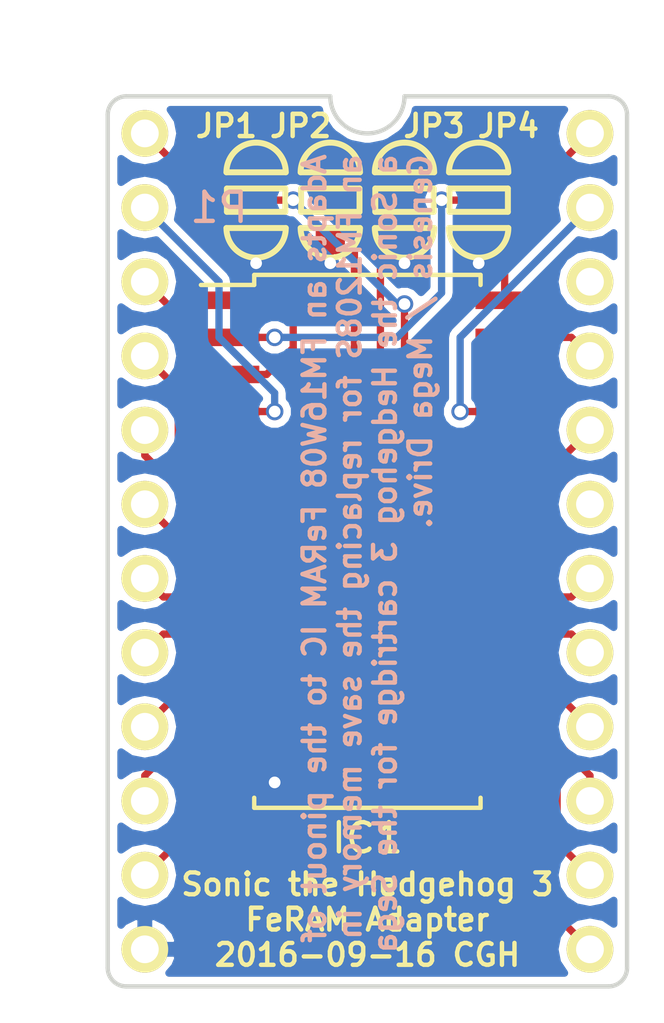
<source format=kicad_pcb>
(kicad_pcb (version 4) (host pcbnew 4.0.4-stable)

  (general
    (links 34)
    (no_connects 0)
    (area 67.234999 60.884999 85.165001 91.515001)
    (thickness 1.6)
    (drawings 12)
    (tracks 125)
    (zones 0)
    (modules 6)
    (nets 29)
  )

  (page A4)
  (layers
    (0 F.Cu signal)
    (31 B.Cu signal)
    (32 B.Adhes user)
    (33 F.Adhes user)
    (34 B.Paste user)
    (35 F.Paste user)
    (36 B.SilkS user)
    (37 F.SilkS user)
    (38 B.Mask user)
    (39 F.Mask user)
    (40 Dwgs.User user)
    (41 Cmts.User user)
    (42 Eco1.User user)
    (43 Eco2.User user)
    (44 Edge.Cuts user)
    (45 Margin user)
    (46 B.CrtYd user)
    (47 F.CrtYd user)
    (48 B.Fab user)
    (49 F.Fab user)
  )

  (setup
    (last_trace_width 0.25)
    (trace_clearance 0.2)
    (zone_clearance 0.254)
    (zone_45_only no)
    (trace_min 0.2)
    (segment_width 0.2)
    (edge_width 0.15)
    (via_size 0.6)
    (via_drill 0.4)
    (via_min_size 0.4)
    (via_min_drill 0.3)
    (uvia_size 0.3)
    (uvia_drill 0.1)
    (uvias_allowed no)
    (uvia_min_size 0.2)
    (uvia_min_drill 0.1)
    (pcb_text_width 0.3)
    (pcb_text_size 1.5 1.5)
    (mod_edge_width 0.15)
    (mod_text_size 1 1)
    (mod_text_width 0.15)
    (pad_size 1.6 1.6)
    (pad_drill 0.95)
    (pad_to_mask_clearance 0.0762)
    (aux_axis_origin 0 0)
    (visible_elements FFFFFF7F)
    (pcbplotparams
      (layerselection 0x00030_80000001)
      (usegerberextensions false)
      (excludeedgelayer true)
      (linewidth 0.100000)
      (plotframeref false)
      (viasonmask false)
      (mode 1)
      (useauxorigin false)
      (hpglpennumber 1)
      (hpglpenspeed 20)
      (hpglpendiameter 15)
      (hpglpenoverlay 2)
      (psnegative false)
      (psa4output false)
      (plotreference true)
      (plotvalue true)
      (plotinvisibletext false)
      (padsonsilk false)
      (subtractmaskfromsilk false)
      (outputformat 1)
      (mirror false)
      (drillshape 1)
      (scaleselection 1)
      (outputdirectory ""))
  )

  (net 0 "")
  (net 1 GND)
  (net 2 "Net-(IC1-Pad3)")
  (net 3 "Net-(IC1-Pad4)")
  (net 4 "Net-(IC1-Pad5)")
  (net 5 "Net-(IC1-Pad6)")
  (net 6 "Net-(IC1-Pad7)")
  (net 7 "Net-(IC1-Pad8)")
  (net 8 "Net-(IC1-Pad9)")
  (net 9 "Net-(IC1-Pad10)")
  (net 10 "Net-(IC1-Pad11)")
  (net 11 "Net-(IC1-Pad12)")
  (net 12 "Net-(IC1-Pad13)")
  (net 13 "Net-(IC1-Pad15)")
  (net 14 "Net-(IC1-Pad16)")
  (net 15 "Net-(IC1-Pad17)")
  (net 16 "Net-(IC1-Pad18)")
  (net 17 "Net-(IC1-Pad19)")
  (net 18 "Net-(IC1-Pad20)")
  (net 19 "Net-(IC1-Pad22)")
  (net 20 "Net-(IC1-Pad25)")
  (net 21 "Net-(IC1-Pad27)")
  (net 22 +5V)
  (net 23 "Net-(P1-Pad19)")
  (net 24 "Net-(P1-Pad22)")
  (net 25 "Net-(IC1-Pad2)")
  (net 26 "Net-(IC1-Pad21)")
  (net 27 "Net-(IC1-Pad23)")
  (net 28 "Net-(IC1-Pad24)")

  (net_class Default "This is the default net class."
    (clearance 0.2)
    (trace_width 0.25)
    (via_dia 0.6)
    (via_drill 0.4)
    (uvia_dia 0.3)
    (uvia_drill 0.1)
    (add_net +5V)
    (add_net GND)
    (add_net "Net-(IC1-Pad10)")
    (add_net "Net-(IC1-Pad11)")
    (add_net "Net-(IC1-Pad12)")
    (add_net "Net-(IC1-Pad13)")
    (add_net "Net-(IC1-Pad15)")
    (add_net "Net-(IC1-Pad16)")
    (add_net "Net-(IC1-Pad17)")
    (add_net "Net-(IC1-Pad18)")
    (add_net "Net-(IC1-Pad19)")
    (add_net "Net-(IC1-Pad2)")
    (add_net "Net-(IC1-Pad20)")
    (add_net "Net-(IC1-Pad21)")
    (add_net "Net-(IC1-Pad22)")
    (add_net "Net-(IC1-Pad23)")
    (add_net "Net-(IC1-Pad24)")
    (add_net "Net-(IC1-Pad25)")
    (add_net "Net-(IC1-Pad27)")
    (add_net "Net-(IC1-Pad3)")
    (add_net "Net-(IC1-Pad4)")
    (add_net "Net-(IC1-Pad5)")
    (add_net "Net-(IC1-Pad6)")
    (add_net "Net-(IC1-Pad7)")
    (add_net "Net-(IC1-Pad8)")
    (add_net "Net-(IC1-Pad9)")
    (add_net "Net-(P1-Pad19)")
    (add_net "Net-(P1-Pad22)")
  )

  (module Housings_DIP:DIP-24_W15.24mm (layer F.Cu) (tedit 57DC65B6) (tstamp 57C88CFF)
    (at 68.58 62.23)
    (descr "24-lead dip package, row spacing 15.24 mm (600 mils)")
    (tags "dil dip 2.54 600")
    (path /57C84E85)
    (fp_text reference P1 (at 2.54 2.54) (layer B.SilkS)
      (effects (font (size 1 1) (thickness 0.15)) (justify mirror))
    )
    (fp_text value CONN_02X12 (at 0 -3.72) (layer F.Fab)
      (effects (font (size 1 1) (thickness 0.15)))
    )
    (fp_line (start -1.05 -2.45) (end -1.05 30.4) (layer F.CrtYd) (width 0.05))
    (fp_line (start 16.3 -2.45) (end 16.3 30.4) (layer F.CrtYd) (width 0.05))
    (fp_line (start -1.05 -2.45) (end 16.3 -2.45) (layer F.CrtYd) (width 0.05))
    (fp_line (start -1.05 30.4) (end 16.3 30.4) (layer F.CrtYd) (width 0.05))
    (pad 1 thru_hole oval (at 0 0) (size 1.6 1.6) (drill 0.95) (layers *.Cu *.Mask F.SilkS)
      (net 2 "Net-(IC1-Pad3)"))
    (pad 2 thru_hole oval (at 0 2.54) (size 1.6 1.6) (drill 0.95) (layers *.Cu *.Mask F.SilkS)
      (net 3 "Net-(IC1-Pad4)"))
    (pad 3 thru_hole oval (at 0 5.08) (size 1.6 1.6) (drill 0.95) (layers *.Cu *.Mask F.SilkS)
      (net 4 "Net-(IC1-Pad5)"))
    (pad 4 thru_hole oval (at 0 7.62) (size 1.6 1.6) (drill 0.95) (layers *.Cu *.Mask F.SilkS)
      (net 5 "Net-(IC1-Pad6)"))
    (pad 5 thru_hole oval (at 0 10.16) (size 1.6 1.6) (drill 0.95) (layers *.Cu *.Mask F.SilkS)
      (net 6 "Net-(IC1-Pad7)"))
    (pad 6 thru_hole oval (at 0 12.7) (size 1.6 1.6) (drill 0.95) (layers *.Cu *.Mask F.SilkS)
      (net 7 "Net-(IC1-Pad8)"))
    (pad 7 thru_hole oval (at 0 15.24) (size 1.6 1.6) (drill 0.95) (layers *.Cu *.Mask F.SilkS)
      (net 8 "Net-(IC1-Pad9)"))
    (pad 8 thru_hole oval (at 0 17.78) (size 1.6 1.6) (drill 0.95) (layers *.Cu *.Mask F.SilkS)
      (net 9 "Net-(IC1-Pad10)"))
    (pad 9 thru_hole oval (at 0 20.32) (size 1.6 1.6) (drill 0.95) (layers *.Cu *.Mask F.SilkS)
      (net 10 "Net-(IC1-Pad11)"))
    (pad 10 thru_hole oval (at 0 22.86) (size 1.6 1.6) (drill 0.95) (layers *.Cu *.Mask F.SilkS)
      (net 11 "Net-(IC1-Pad12)"))
    (pad 11 thru_hole oval (at 0 25.4) (size 1.6 1.6) (drill 0.95) (layers *.Cu *.Mask F.SilkS)
      (net 12 "Net-(IC1-Pad13)"))
    (pad 12 thru_hole oval (at 0 27.94) (size 1.6 1.6) (drill 0.95) (layers *.Cu *.Mask F.SilkS)
      (net 1 GND))
    (pad 13 thru_hole oval (at 15.24 27.94) (size 1.6 1.6) (drill 0.95) (layers *.Cu *.Mask F.SilkS)
      (net 13 "Net-(IC1-Pad15)"))
    (pad 14 thru_hole oval (at 15.24 25.4) (size 1.6 1.6) (drill 0.95) (layers *.Cu *.Mask F.SilkS)
      (net 14 "Net-(IC1-Pad16)"))
    (pad 15 thru_hole oval (at 15.24 22.86) (size 1.6 1.6) (drill 0.95) (layers *.Cu *.Mask F.SilkS)
      (net 15 "Net-(IC1-Pad17)"))
    (pad 16 thru_hole oval (at 15.24 20.32) (size 1.6 1.6) (drill 0.95) (layers *.Cu *.Mask F.SilkS)
      (net 16 "Net-(IC1-Pad18)"))
    (pad 17 thru_hole oval (at 15.24 17.78) (size 1.6 1.6) (drill 0.95) (layers *.Cu *.Mask F.SilkS)
      (net 17 "Net-(IC1-Pad19)"))
    (pad 18 thru_hole oval (at 15.24 15.24) (size 1.6 1.6) (drill 0.95) (layers *.Cu *.Mask F.SilkS)
      (net 18 "Net-(IC1-Pad20)"))
    (pad 19 thru_hole oval (at 15.24 12.7) (size 1.6 1.6) (drill 0.95) (layers *.Cu *.Mask F.SilkS)
      (net 23 "Net-(P1-Pad19)"))
    (pad 20 thru_hole oval (at 15.24 10.16) (size 1.6 1.6) (drill 0.95) (layers *.Cu *.Mask F.SilkS)
      (net 19 "Net-(IC1-Pad22)"))
    (pad 21 thru_hole oval (at 15.24 7.62) (size 1.6 1.6) (drill 0.95) (layers *.Cu *.Mask F.SilkS)
      (net 21 "Net-(IC1-Pad27)"))
    (pad 22 thru_hole oval (at 15.24 5.08) (size 1.6 1.6) (drill 0.95) (layers *.Cu *.Mask F.SilkS)
      (net 24 "Net-(P1-Pad22)"))
    (pad 23 thru_hole oval (at 15.24 2.54) (size 1.6 1.6) (drill 0.95) (layers *.Cu *.Mask F.SilkS)
      (net 20 "Net-(IC1-Pad25)"))
    (pad 24 thru_hole oval (at 15.24 0) (size 1.6 1.6) (drill 0.95) (layers *.Cu *.Mask F.SilkS)
      (net 22 +5V))
    (model Pin_Headers.3dshapes/Pin_Header_Straight_1x12.wrl
      (at (xyz 0 -0.55 -0.06))
      (scale (xyz 1 1 1))
      (rotate (xyz 0 180 90))
    )
    (model Pin_Headers.3dshapes/Pin_Header_Straight_1x12.wrl
      (at (xyz 0.6 -0.55 -0.06))
      (scale (xyz 1 1 1))
      (rotate (xyz 0 180 90))
    )
  )

  (module Housings_SOIC:SOIC-28_7.5x17.9mm_Pitch1.27mm (layer F.Cu) (tedit 54130A77) (tstamp 57C88CD8)
    (at 76.2 76.2)
    (descr "28-Lead Plastic Small Outline (SO) - Wide, 7.50 mm Body [SOIC] (see Microchip Packaging Specification 00000049BS.pdf)")
    (tags "SOIC 1.27")
    (path /57C84DB9)
    (attr smd)
    (fp_text reference IC1 (at 0 10.16) (layer F.SilkS)
      (effects (font (size 1 1) (thickness 0.15)))
    )
    (fp_text value FM16W08-SG (at 0 10.05) (layer F.Fab)
      (effects (font (size 1 1) (thickness 0.15)))
    )
    (fp_line (start -5.95 -9.3) (end -5.95 9.3) (layer F.CrtYd) (width 0.05))
    (fp_line (start 5.95 -9.3) (end 5.95 9.3) (layer F.CrtYd) (width 0.05))
    (fp_line (start -5.95 -9.3) (end 5.95 -9.3) (layer F.CrtYd) (width 0.05))
    (fp_line (start -5.95 9.3) (end 5.95 9.3) (layer F.CrtYd) (width 0.05))
    (fp_line (start -3.875 -9.125) (end -3.875 -8.78) (layer F.SilkS) (width 0.15))
    (fp_line (start 3.875 -9.125) (end 3.875 -8.78) (layer F.SilkS) (width 0.15))
    (fp_line (start 3.875 9.125) (end 3.875 8.78) (layer F.SilkS) (width 0.15))
    (fp_line (start -3.875 9.125) (end -3.875 8.78) (layer F.SilkS) (width 0.15))
    (fp_line (start -3.875 -9.125) (end 3.875 -9.125) (layer F.SilkS) (width 0.15))
    (fp_line (start -3.875 9.125) (end 3.875 9.125) (layer F.SilkS) (width 0.15))
    (fp_line (start -3.875 -8.78) (end -5.7 -8.78) (layer F.SilkS) (width 0.15))
    (pad 1 smd rect (at -4.7 -8.255) (size 2 0.6) (layers F.Cu F.Paste F.Mask))
    (pad 2 smd rect (at -4.7 -6.985) (size 2 0.6) (layers F.Cu F.Paste F.Mask)
      (net 25 "Net-(IC1-Pad2)"))
    (pad 3 smd rect (at -4.7 -5.715) (size 2 0.6) (layers F.Cu F.Paste F.Mask)
      (net 2 "Net-(IC1-Pad3)"))
    (pad 4 smd rect (at -4.7 -4.445) (size 2 0.6) (layers F.Cu F.Paste F.Mask)
      (net 3 "Net-(IC1-Pad4)"))
    (pad 5 smd rect (at -4.7 -3.175) (size 2 0.6) (layers F.Cu F.Paste F.Mask)
      (net 4 "Net-(IC1-Pad5)"))
    (pad 6 smd rect (at -4.7 -1.905) (size 2 0.6) (layers F.Cu F.Paste F.Mask)
      (net 5 "Net-(IC1-Pad6)"))
    (pad 7 smd rect (at -4.7 -0.635) (size 2 0.6) (layers F.Cu F.Paste F.Mask)
      (net 6 "Net-(IC1-Pad7)"))
    (pad 8 smd rect (at -4.7 0.635) (size 2 0.6) (layers F.Cu F.Paste F.Mask)
      (net 7 "Net-(IC1-Pad8)"))
    (pad 9 smd rect (at -4.7 1.905) (size 2 0.6) (layers F.Cu F.Paste F.Mask)
      (net 8 "Net-(IC1-Pad9)"))
    (pad 10 smd rect (at -4.7 3.175) (size 2 0.6) (layers F.Cu F.Paste F.Mask)
      (net 9 "Net-(IC1-Pad10)"))
    (pad 11 smd rect (at -4.7 4.445) (size 2 0.6) (layers F.Cu F.Paste F.Mask)
      (net 10 "Net-(IC1-Pad11)"))
    (pad 12 smd rect (at -4.7 5.715) (size 2 0.6) (layers F.Cu F.Paste F.Mask)
      (net 11 "Net-(IC1-Pad12)"))
    (pad 13 smd rect (at -4.7 6.985) (size 2 0.6) (layers F.Cu F.Paste F.Mask)
      (net 12 "Net-(IC1-Pad13)"))
    (pad 14 smd rect (at -4.7 8.255) (size 2 0.6) (layers F.Cu F.Paste F.Mask)
      (net 1 GND))
    (pad 15 smd rect (at 4.7 8.255) (size 2 0.6) (layers F.Cu F.Paste F.Mask)
      (net 13 "Net-(IC1-Pad15)"))
    (pad 16 smd rect (at 4.7 6.985) (size 2 0.6) (layers F.Cu F.Paste F.Mask)
      (net 14 "Net-(IC1-Pad16)"))
    (pad 17 smd rect (at 4.7 5.715) (size 2 0.6) (layers F.Cu F.Paste F.Mask)
      (net 15 "Net-(IC1-Pad17)"))
    (pad 18 smd rect (at 4.7 4.445) (size 2 0.6) (layers F.Cu F.Paste F.Mask)
      (net 16 "Net-(IC1-Pad18)"))
    (pad 19 smd rect (at 4.7 3.175) (size 2 0.6) (layers F.Cu F.Paste F.Mask)
      (net 17 "Net-(IC1-Pad19)"))
    (pad 20 smd rect (at 4.7 1.905) (size 2 0.6) (layers F.Cu F.Paste F.Mask)
      (net 18 "Net-(IC1-Pad20)"))
    (pad 21 smd rect (at 4.7 0.635) (size 2 0.6) (layers F.Cu F.Paste F.Mask)
      (net 26 "Net-(IC1-Pad21)"))
    (pad 22 smd rect (at 4.7 -0.635) (size 2 0.6) (layers F.Cu F.Paste F.Mask)
      (net 19 "Net-(IC1-Pad22)"))
    (pad 23 smd rect (at 4.7 -1.905) (size 2 0.6) (layers F.Cu F.Paste F.Mask)
      (net 27 "Net-(IC1-Pad23)"))
    (pad 24 smd rect (at 4.7 -3.175) (size 2 0.6) (layers F.Cu F.Paste F.Mask)
      (net 28 "Net-(IC1-Pad24)"))
    (pad 25 smd rect (at 4.7 -4.445) (size 2 0.6) (layers F.Cu F.Paste F.Mask)
      (net 20 "Net-(IC1-Pad25)"))
    (pad 26 smd rect (at 4.7 -5.715) (size 2 0.6) (layers F.Cu F.Paste F.Mask))
    (pad 27 smd rect (at 4.7 -6.985) (size 2 0.6) (layers F.Cu F.Paste F.Mask)
      (net 21 "Net-(IC1-Pad27)"))
    (pad 28 smd rect (at 4.7 -8.255) (size 2 0.6) (layers F.Cu F.Paste F.Mask)
      (net 22 +5V))
    (model Housings_SOIC.3dshapes/SOIC-28_7.5x17.9mm_Pitch1.27mm.wrl
      (at (xyz 0 0 0))
      (scale (xyz 1 1 1))
      (rotate (xyz 0 0 0))
    )
  )

  (module jumper:SOLDER-JUMPER_2-WAY (layer F.Cu) (tedit 0) (tstamp 57DE4FA1)
    (at 72.39 64.516 90)
    (path /57DC5DD7)
    (fp_text reference JP1 (at 2.54 -1.016 180) (layer F.SilkS)
      (effects (font (size 0.762 0.762) (thickness 0.1524)))
    )
    (fp_text value JUMPER3 (at 0 0 90) (layer F.SilkS) hide
      (effects (font (size 0.762 0.762) (thickness 0.1524)))
    )
    (fp_line (start -0.4 -1) (end -0.4 1) (layer F.SilkS) (width 0.2032))
    (fp_line (start -0.4 1) (end 0.4 1) (layer F.SilkS) (width 0.2032))
    (fp_line (start 0.4 1) (end 0.4 -1) (layer F.SilkS) (width 0.2032))
    (fp_line (start 0.4 -1) (end -0.4 -1) (layer F.SilkS) (width 0.2032))
    (fp_line (start 0.954 1.016) (end 0.954 -1.016) (layer F.SilkS) (width 0.2032))
    (fp_line (start -0.954 -1.016) (end -0.954 1.016) (layer F.SilkS) (width 0.2032))
    (fp_arc (start 0.954 0) (end 1.97 0) (angle 90) (layer F.SilkS) (width 0.2032))
    (fp_arc (start 0.954 0) (end 0.954 -1.016) (angle 90) (layer F.SilkS) (width 0.2032))
    (fp_arc (start -0.954 0) (end -1.97 0) (angle 90) (layer F.SilkS) (width 0.2032))
    (fp_arc (start -0.954 0) (end -0.954 1.016) (angle 90) (layer F.SilkS) (width 0.2032))
    (pad 1 smd rect (at -1.35 0 90) (size 1 1) (layers F.Cu F.Paste F.Mask)
      (net 1 GND))
    (pad 3 smd rect (at 1.35 0 90) (size 1 1) (layers F.Cu F.Paste F.Mask)
      (net 22 +5V))
    (pad 2 smd rect (at 0 0 90) (size 1 1) (layers F.Cu F.Paste F.Mask)
      (net 28 "Net-(IC1-Pad24)"))
  )

  (module jumper:SOLDER-JUMPER_2-WAY (layer F.Cu) (tedit 0) (tstamp 57DE4FB2)
    (at 74.93 64.516 90)
    (path /57DC5ED4)
    (fp_text reference JP2 (at 2.54 -1.016 180) (layer F.SilkS)
      (effects (font (size 0.762 0.762) (thickness 0.1524)))
    )
    (fp_text value JUMPER3 (at 0 0 90) (layer F.SilkS) hide
      (effects (font (size 0.762 0.762) (thickness 0.1524)))
    )
    (fp_line (start -0.4 -1) (end -0.4 1) (layer F.SilkS) (width 0.2032))
    (fp_line (start -0.4 1) (end 0.4 1) (layer F.SilkS) (width 0.2032))
    (fp_line (start 0.4 1) (end 0.4 -1) (layer F.SilkS) (width 0.2032))
    (fp_line (start 0.4 -1) (end -0.4 -1) (layer F.SilkS) (width 0.2032))
    (fp_line (start 0.954 1.016) (end 0.954 -1.016) (layer F.SilkS) (width 0.2032))
    (fp_line (start -0.954 -1.016) (end -0.954 1.016) (layer F.SilkS) (width 0.2032))
    (fp_arc (start 0.954 0) (end 1.97 0) (angle 90) (layer F.SilkS) (width 0.2032))
    (fp_arc (start 0.954 0) (end 0.954 -1.016) (angle 90) (layer F.SilkS) (width 0.2032))
    (fp_arc (start -0.954 0) (end -1.97 0) (angle 90) (layer F.SilkS) (width 0.2032))
    (fp_arc (start -0.954 0) (end -0.954 1.016) (angle 90) (layer F.SilkS) (width 0.2032))
    (pad 1 smd rect (at -1.35 0 90) (size 1 1) (layers F.Cu F.Paste F.Mask)
      (net 1 GND))
    (pad 3 smd rect (at 1.35 0 90) (size 1 1) (layers F.Cu F.Paste F.Mask)
      (net 22 +5V))
    (pad 2 smd rect (at 0 0 90) (size 1 1) (layers F.Cu F.Paste F.Mask)
      (net 26 "Net-(IC1-Pad21)"))
  )

  (module jumper:SOLDER-JUMPER_2-WAY (layer F.Cu) (tedit 0) (tstamp 57DE4FC3)
    (at 77.47 64.516 90)
    (path /57DC5EFC)
    (fp_text reference JP3 (at 2.54 1.016 180) (layer F.SilkS)
      (effects (font (size 0.762 0.762) (thickness 0.1524)))
    )
    (fp_text value JUMPER3 (at 0 0 90) (layer F.SilkS) hide
      (effects (font (size 0.762 0.762) (thickness 0.1524)))
    )
    (fp_line (start -0.4 -1) (end -0.4 1) (layer F.SilkS) (width 0.2032))
    (fp_line (start -0.4 1) (end 0.4 1) (layer F.SilkS) (width 0.2032))
    (fp_line (start 0.4 1) (end 0.4 -1) (layer F.SilkS) (width 0.2032))
    (fp_line (start 0.4 -1) (end -0.4 -1) (layer F.SilkS) (width 0.2032))
    (fp_line (start 0.954 1.016) (end 0.954 -1.016) (layer F.SilkS) (width 0.2032))
    (fp_line (start -0.954 -1.016) (end -0.954 1.016) (layer F.SilkS) (width 0.2032))
    (fp_arc (start 0.954 0) (end 1.97 0) (angle 90) (layer F.SilkS) (width 0.2032))
    (fp_arc (start 0.954 0) (end 0.954 -1.016) (angle 90) (layer F.SilkS) (width 0.2032))
    (fp_arc (start -0.954 0) (end -1.97 0) (angle 90) (layer F.SilkS) (width 0.2032))
    (fp_arc (start -0.954 0) (end -0.954 1.016) (angle 90) (layer F.SilkS) (width 0.2032))
    (pad 1 smd rect (at -1.35 0 90) (size 1 1) (layers F.Cu F.Paste F.Mask)
      (net 1 GND))
    (pad 3 smd rect (at 1.35 0 90) (size 1 1) (layers F.Cu F.Paste F.Mask)
      (net 22 +5V))
    (pad 2 smd rect (at 0 0 90) (size 1 1) (layers F.Cu F.Paste F.Mask)
      (net 27 "Net-(IC1-Pad23)"))
  )

  (module jumper:SOLDER-JUMPER_2-WAY (layer F.Cu) (tedit 0) (tstamp 57DE4FD4)
    (at 80.01 64.516 90)
    (path /57DC5F4A)
    (fp_text reference JP4 (at 2.54 1.016 180) (layer F.SilkS)
      (effects (font (size 0.762 0.762) (thickness 0.1524)))
    )
    (fp_text value JUMPER3 (at 0 0 90) (layer F.SilkS) hide
      (effects (font (size 0.762 0.762) (thickness 0.1524)))
    )
    (fp_line (start -0.4 -1) (end -0.4 1) (layer F.SilkS) (width 0.2032))
    (fp_line (start -0.4 1) (end 0.4 1) (layer F.SilkS) (width 0.2032))
    (fp_line (start 0.4 1) (end 0.4 -1) (layer F.SilkS) (width 0.2032))
    (fp_line (start 0.4 -1) (end -0.4 -1) (layer F.SilkS) (width 0.2032))
    (fp_line (start 0.954 1.016) (end 0.954 -1.016) (layer F.SilkS) (width 0.2032))
    (fp_line (start -0.954 -1.016) (end -0.954 1.016) (layer F.SilkS) (width 0.2032))
    (fp_arc (start 0.954 0) (end 1.97 0) (angle 90) (layer F.SilkS) (width 0.2032))
    (fp_arc (start 0.954 0) (end 0.954 -1.016) (angle 90) (layer F.SilkS) (width 0.2032))
    (fp_arc (start -0.954 0) (end -1.97 0) (angle 90) (layer F.SilkS) (width 0.2032))
    (fp_arc (start -0.954 0) (end -0.954 1.016) (angle 90) (layer F.SilkS) (width 0.2032))
    (pad 1 smd rect (at -1.35 0 90) (size 1 1) (layers F.Cu F.Paste F.Mask)
      (net 1 GND))
    (pad 3 smd rect (at 1.35 0 90) (size 1 1) (layers F.Cu F.Paste F.Mask)
      (net 22 +5V))
    (pad 2 smd rect (at 0 0 90) (size 1 1) (layers F.Cu F.Paste F.Mask)
      (net 25 "Net-(IC1-Pad2)"))
  )

  (gr_text "Adapts an FM16W08 FeRAM IC to the pinout of\nan FM1208S for replacing the save memory in\na Sonic the Hedgehog 3 cartridge for the Sega\nGenesis / Mega Drive." (at 76.2 62.865 90) (layer B.SilkS)
    (effects (font (size 0.75 0.75) (thickness 0.15)) (justify left mirror))
  )
  (gr_text "Sonic the Hedgehog 3\nFeRAM Adapter\n2016-09-16 CGH" (at 76.2 89.154) (layer F.SilkS)
    (effects (font (size 0.75 0.75) (thickness 0.15)))
  )
  (gr_arc (start 67.945 90.805) (end 67.945 91.44) (angle 90) (layer Edge.Cuts) (width 0.15))
  (gr_arc (start 84.455 90.805) (end 85.09 90.805) (angle 90) (layer Edge.Cuts) (width 0.15))
  (gr_arc (start 84.455 61.595) (end 84.455 60.96) (angle 90) (layer Edge.Cuts) (width 0.15))
  (gr_arc (start 67.945 61.595) (end 67.31 61.595) (angle 90) (layer Edge.Cuts) (width 0.15))
  (gr_arc (start 76.2 60.96) (end 77.47 60.96) (angle 180) (layer Edge.Cuts) (width 0.15))
  (gr_line (start 77.47 60.96) (end 84.455 60.96) (layer Edge.Cuts) (width 0.15) (tstamp 57C89001))
  (gr_line (start 67.31 90.805) (end 67.31 61.595) (layer Edge.Cuts) (width 0.15))
  (gr_line (start 84.455 91.44) (end 67.945 91.44) (layer Edge.Cuts) (width 0.15))
  (gr_line (start 85.09 61.595) (end 85.09 90.805) (layer Edge.Cuts) (width 0.15))
  (gr_line (start 67.945 60.96) (end 74.93 60.96) (layer Edge.Cuts) (width 0.15))

  (segment (start 72.39 66.675) (end 72.644 66.675) (width 0.25) (layer B.Cu) (net 1))
  (segment (start 72.39 65.866) (end 72.39 66.675) (width 0.25) (layer F.Cu) (net 1))
  (via (at 72.39 66.675) (size 0.6) (drill 0.4) (layers F.Cu B.Cu) (net 1))
  (segment (start 74.93 65.866) (end 74.93 66.675) (width 0.25) (layer F.Cu) (net 1))
  (via (at 74.93 66.675) (size 0.6) (drill 0.4) (layers F.Cu B.Cu) (net 1))
  (segment (start 77.47 65.866) (end 77.47 66.675) (width 0.25) (layer F.Cu) (net 1))
  (via (at 77.47 66.675) (size 0.6) (drill 0.4) (layers F.Cu B.Cu) (net 1))
  (segment (start 80.01 65.866) (end 80.01 66.675) (width 0.25) (layer F.Cu) (net 1))
  (via (at 80.01 66.675) (size 0.6) (drill 0.4) (layers F.Cu B.Cu) (net 1))
  (via (at 73.025 84.455) (size 0.6) (drill 0.4) (layers F.Cu B.Cu) (net 1))
  (segment (start 71.5 84.455) (end 73.025 84.455) (width 0.25) (layer F.Cu) (net 1))
  (segment (start 68.58 62.23) (end 69.85 63.5) (width 0.25) (layer F.Cu) (net 2))
  (segment (start 69.85 63.5) (end 69.85 65.278) (width 0.25) (layer F.Cu) (net 2))
  (segment (start 69.85 65.278) (end 71.872002 67.300002) (width 0.25) (layer F.Cu) (net 2))
  (segment (start 71.872002 67.300002) (end 72.634002 67.300002) (width 0.25) (layer F.Cu) (net 2))
  (segment (start 72.634002 67.300002) (end 73.66 68.326) (width 0.25) (layer F.Cu) (net 2))
  (segment (start 73.66 68.326) (end 73.66 69.575) (width 0.25) (layer F.Cu) (net 2))
  (segment (start 73.66 69.575) (end 72.75 70.485) (width 0.25) (layer F.Cu) (net 2))
  (segment (start 72.75 70.485) (end 71.5 70.485) (width 0.25) (layer F.Cu) (net 2))
  (segment (start 71.12 69.215) (end 71.12 67.31) (width 0.25) (layer B.Cu) (net 3))
  (segment (start 71.12 67.31) (end 68.58 64.77) (width 0.25) (layer B.Cu) (net 3))
  (segment (start 73.025 71.12) (end 71.12 69.215) (width 0.25) (layer B.Cu) (net 3))
  (segment (start 73.025 71.755) (end 73.025 71.12) (width 0.25) (layer B.Cu) (net 3))
  (segment (start 71.5 71.755) (end 73.025 71.755) (width 0.25) (layer F.Cu) (net 3))
  (via (at 73.025 71.755) (size 0.6) (drill 0.4) (layers F.Cu B.Cu) (net 3))
  (segment (start 71.5 73.025) (end 70.8 73.025) (width 0.25) (layer F.Cu) (net 4))
  (segment (start 70.8 73.025) (end 70.174999 72.399999) (width 0.25) (layer F.Cu) (net 4))
  (segment (start 70.174999 72.399999) (end 70.174999 68.904999) (width 0.25) (layer F.Cu) (net 4))
  (segment (start 70.174999 68.904999) (end 69.379999 68.109999) (width 0.25) (layer F.Cu) (net 4))
  (segment (start 69.379999 68.109999) (end 68.58 67.31) (width 0.25) (layer F.Cu) (net 4))
  (segment (start 69.724988 70.994988) (end 69.379999 70.649999) (width 0.25) (layer F.Cu) (net 5))
  (segment (start 69.724988 73.219988) (end 69.724988 70.994988) (width 0.25) (layer F.Cu) (net 5))
  (segment (start 70.8 74.295) (end 69.724988 73.219988) (width 0.25) (layer F.Cu) (net 5))
  (segment (start 69.379999 70.649999) (end 68.58 69.85) (width 0.25) (layer F.Cu) (net 5))
  (segment (start 71.5 74.295) (end 70.8 74.295) (width 0.25) (layer F.Cu) (net 5))
  (segment (start 68.58 73.260002) (end 68.58 72.39) (width 0.25) (layer F.Cu) (net 6))
  (segment (start 70.25 74.930002) (end 68.58 73.260002) (width 0.25) (layer F.Cu) (net 6))
  (segment (start 70.25 75.015) (end 70.25 74.930002) (width 0.25) (layer F.Cu) (net 6))
  (segment (start 70.8 75.565) (end 70.25 75.015) (width 0.25) (layer F.Cu) (net 6))
  (segment (start 71.5 75.565) (end 70.8 75.565) (width 0.25) (layer F.Cu) (net 6))
  (segment (start 71.5 76.835) (end 70.485 76.835) (width 0.25) (layer F.Cu) (net 7))
  (segment (start 70.485 76.835) (end 69.379999 75.729999) (width 0.25) (layer F.Cu) (net 7))
  (segment (start 69.379999 75.729999) (end 68.58 74.93) (width 0.25) (layer F.Cu) (net 7))
  (segment (start 71.5 78.105) (end 69.215 78.105) (width 0.25) (layer F.Cu) (net 8))
  (segment (start 69.215 78.105) (end 68.58 77.47) (width 0.25) (layer F.Cu) (net 8))
  (segment (start 71.5 79.375) (end 69.215 79.375) (width 0.25) (layer F.Cu) (net 9))
  (segment (start 69.215 79.375) (end 68.58 80.01) (width 0.25) (layer F.Cu) (net 9))
  (segment (start 71.5 80.645) (end 70.485 80.645) (width 0.25) (layer F.Cu) (net 10))
  (segment (start 69.379999 81.750001) (end 68.58 82.55) (width 0.25) (layer F.Cu) (net 10))
  (segment (start 70.485 80.645) (end 69.379999 81.750001) (width 0.25) (layer F.Cu) (net 10))
  (segment (start 68.58 84.219998) (end 68.58 85.09) (width 0.25) (layer F.Cu) (net 11))
  (segment (start 70.25 82.549998) (end 68.58 84.219998) (width 0.25) (layer F.Cu) (net 11))
  (segment (start 70.25 82.465) (end 70.25 82.549998) (width 0.25) (layer F.Cu) (net 11))
  (segment (start 70.8 81.915) (end 70.25 82.465) (width 0.25) (layer F.Cu) (net 11))
  (segment (start 71.5 81.915) (end 70.8 81.915) (width 0.25) (layer F.Cu) (net 11))
  (segment (start 71.5 83.185) (end 70.8 83.185) (width 0.25) (layer F.Cu) (net 12))
  (segment (start 70.8 83.185) (end 69.85 84.135) (width 0.25) (layer F.Cu) (net 12))
  (segment (start 69.85 84.135) (end 69.85 86.36) (width 0.25) (layer F.Cu) (net 12))
  (segment (start 69.85 86.36) (end 69.379999 86.830001) (width 0.25) (layer F.Cu) (net 12))
  (segment (start 69.379999 86.830001) (end 68.58 87.63) (width 0.25) (layer F.Cu) (net 12))
  (segment (start 80.9 84.455) (end 80.9 87.25) (width 0.25) (layer F.Cu) (net 13))
  (segment (start 80.9 87.25) (end 83.82 90.17) (width 0.25) (layer F.Cu) (net 13))
  (segment (start 80.9 83.185) (end 81.6 83.185) (width 0.25) (layer F.Cu) (net 14))
  (segment (start 81.6 83.185) (end 82.694999 84.279999) (width 0.25) (layer F.Cu) (net 14))
  (segment (start 82.694999 84.279999) (end 82.694999 86.504999) (width 0.25) (layer F.Cu) (net 14))
  (segment (start 82.694999 86.504999) (end 83.020001 86.830001) (width 0.25) (layer F.Cu) (net 14))
  (segment (start 83.020001 86.830001) (end 83.82 87.63) (width 0.25) (layer F.Cu) (net 14))
  (segment (start 80.9 81.915) (end 81.515002 81.915) (width 0.25) (layer F.Cu) (net 15))
  (segment (start 81.515002 81.915) (end 83.82 84.219998) (width 0.25) (layer F.Cu) (net 15))
  (segment (start 83.82 84.219998) (end 83.82 85.09) (width 0.25) (layer F.Cu) (net 15))
  (segment (start 80.9 80.645) (end 81.915 80.645) (width 0.25) (layer F.Cu) (net 16))
  (segment (start 81.915 80.645) (end 83.020001 81.750001) (width 0.25) (layer F.Cu) (net 16))
  (segment (start 83.020001 81.750001) (end 83.82 82.55) (width 0.25) (layer F.Cu) (net 16))
  (segment (start 80.9 79.375) (end 83.185 79.375) (width 0.25) (layer F.Cu) (net 17))
  (segment (start 83.185 79.375) (end 83.82 80.01) (width 0.25) (layer F.Cu) (net 17))
  (segment (start 80.9 78.105) (end 83.185 78.105) (width 0.25) (layer F.Cu) (net 18))
  (segment (start 83.185 78.105) (end 83.82 77.47) (width 0.25) (layer F.Cu) (net 18))
  (segment (start 80.9 75.565) (end 81.515002 75.565) (width 0.25) (layer F.Cu) (net 19))
  (segment (start 81.515002 75.565) (end 83.020001 74.060001) (width 0.25) (layer F.Cu) (net 19))
  (segment (start 83.020001 74.060001) (end 83.020001 73.189999) (width 0.25) (layer F.Cu) (net 19))
  (segment (start 83.020001 73.189999) (end 83.82 72.39) (width 0.25) (layer F.Cu) (net 19))
  (segment (start 79.375 71.755) (end 79.375 69.215) (width 0.25) (layer B.Cu) (net 20))
  (segment (start 79.375 69.215) (end 83.82 64.77) (width 0.25) (layer B.Cu) (net 20))
  (segment (start 80.9 71.755) (end 79.375 71.755) (width 0.25) (layer F.Cu) (net 20))
  (via (at 79.375 71.755) (size 0.6) (drill 0.4) (layers F.Cu B.Cu) (net 20))
  (segment (start 80.9 69.215) (end 83.185 69.215) (width 0.25) (layer F.Cu) (net 21))
  (segment (start 83.185 69.215) (end 83.82 69.85) (width 0.25) (layer F.Cu) (net 21))
  (segment (start 80.9 67.945) (end 80.9 66.928) (width 0.25) (layer F.Cu) (net 22))
  (segment (start 80.9 66.928) (end 82.55 65.278) (width 0.25) (layer F.Cu) (net 22))
  (segment (start 82.55 65.278) (end 82.55 63.5) (width 0.25) (layer F.Cu) (net 22))
  (segment (start 80.01 63.166) (end 82.216 63.166) (width 0.25) (layer F.Cu) (net 22))
  (segment (start 82.216 63.166) (end 82.55 63.5) (width 0.25) (layer F.Cu) (net 22))
  (segment (start 77.47 63.166) (end 78.22 63.166) (width 0.25) (layer F.Cu) (net 22))
  (segment (start 78.22 63.166) (end 80.01 63.166) (width 0.25) (layer F.Cu) (net 22))
  (segment (start 74.93 63.166) (end 75.68 63.166) (width 0.25) (layer F.Cu) (net 22))
  (segment (start 75.68 63.166) (end 77.47 63.166) (width 0.25) (layer F.Cu) (net 22))
  (segment (start 72.39 63.166) (end 73.14 63.166) (width 0.25) (layer F.Cu) (net 22))
  (segment (start 73.14 63.166) (end 74.93 63.166) (width 0.25) (layer F.Cu) (net 22))
  (segment (start 82.55 63.5) (end 83.82 62.23) (width 0.25) (layer F.Cu) (net 22))
  (segment (start 73.025 69.215) (end 77.216 69.215) (width 0.25) (layer B.Cu) (net 25))
  (segment (start 77.216 69.215) (end 78.74 67.691) (width 0.25) (layer B.Cu) (net 25))
  (segment (start 78.74 67.691) (end 78.74 64.516) (width 0.25) (layer B.Cu) (net 25))
  (segment (start 78.74 64.516) (end 80.01 64.516) (width 0.25) (layer F.Cu) (net 25))
  (via (at 78.74 64.516) (size 0.6) (drill 0.4) (layers F.Cu B.Cu) (net 25))
  (segment (start 71.5 69.215) (end 73.025 69.215) (width 0.25) (layer F.Cu) (net 25))
  (via (at 73.025 69.215) (size 0.6) (drill 0.4) (layers F.Cu B.Cu) (net 25))
  (segment (start 80.9 76.835) (end 80.2 76.835) (width 0.25) (layer F.Cu) (net 26))
  (segment (start 80.2 76.835) (end 75.755001 72.390001) (width 0.25) (layer F.Cu) (net 26))
  (segment (start 75.755001 72.390001) (end 75.755001 64.591001) (width 0.25) (layer F.Cu) (net 26))
  (segment (start 75.755001 64.591001) (end 75.68 64.516) (width 0.25) (layer F.Cu) (net 26))
  (segment (start 75.68 64.516) (end 74.93 64.516) (width 0.25) (layer F.Cu) (net 26))
  (segment (start 76.644999 64.591001) (end 76.72 64.516) (width 0.25) (layer F.Cu) (net 27))
  (segment (start 79.65 74.295) (end 76.644999 71.289999) (width 0.25) (layer F.Cu) (net 27))
  (segment (start 80.9 74.295) (end 79.65 74.295) (width 0.25) (layer F.Cu) (net 27))
  (segment (start 76.644999 71.289999) (end 76.644999 64.591001) (width 0.25) (layer F.Cu) (net 27))
  (segment (start 76.72 64.516) (end 77.47 64.516) (width 0.25) (layer F.Cu) (net 27))
  (segment (start 77.470004 68.496264) (end 77.470004 68.072) (width 0.25) (layer F.Cu) (net 28))
  (segment (start 77.470004 70.845004) (end 77.470004 68.496264) (width 0.25) (layer F.Cu) (net 28))
  (segment (start 79.65 73.025) (end 77.470004 70.845004) (width 0.25) (layer F.Cu) (net 28))
  (segment (start 77.216 68.072) (end 77.470004 68.072) (width 0.25) (layer B.Cu) (net 28))
  (segment (start 80.9 73.025) (end 79.65 73.025) (width 0.25) (layer F.Cu) (net 28))
  (segment (start 73.66 64.516) (end 77.216 68.072) (width 0.25) (layer B.Cu) (net 28))
  (via (at 77.470004 68.072) (size 0.6) (drill 0.4) (layers F.Cu B.Cu) (net 28))
  (segment (start 73.66 64.516) (end 72.39 64.516) (width 0.25) (layer F.Cu) (net 28))
  (via (at 73.66 64.516) (size 0.6) (drill 0.4) (layers F.Cu B.Cu) (net 28))

  (zone (net 1) (net_name GND) (layer B.Cu) (tstamp 0) (hatch edge 0.508)
    (connect_pads (clearance 0.254))
    (min_thickness 0.254)
    (fill yes (arc_segments 16) (thermal_gap 0.254) (thermal_bridge_width 0.508))
    (polygon
      (pts
        (xy 66.04 59.69) (xy 86.36 59.69) (xy 86.36 92.71) (xy 66.04 92.71)
      )
    )
    (filled_polygon
      (pts
        (xy 74.579435 61.534969) (xy 74.64115 61.683962) (xy 74.647523 61.699348) (xy 74.922823 62.111365) (xy 75.048634 62.237176)
        (xy 75.460652 62.512477) (xy 75.625031 62.580565) (xy 76.111038 62.677238) (xy 76.288961 62.677238) (xy 76.774969 62.580565)
        (xy 76.939348 62.512477) (xy 77.351365 62.237177) (xy 77.477176 62.111366) (xy 77.752477 61.699348) (xy 77.820565 61.534969)
        (xy 77.820565 61.534968) (xy 77.844229 61.416) (xy 82.947676 61.416) (xy 82.705761 61.778051) (xy 82.615863 62.23)
        (xy 82.705761 62.681949) (xy 82.96177 63.065093) (xy 83.344914 63.321102) (xy 83.796863 63.411) (xy 83.843137 63.411)
        (xy 84.295086 63.321102) (xy 84.634 63.094647) (xy 84.634 63.905353) (xy 84.295086 63.678898) (xy 83.843137 63.589)
        (xy 83.796863 63.589) (xy 83.344914 63.678898) (xy 82.96177 63.934907) (xy 82.705761 64.318051) (xy 82.615863 64.77)
        (xy 82.696918 65.17749) (xy 79.017204 68.857204) (xy 78.907517 69.021362) (xy 78.869 69.215) (xy 78.869 71.297877)
        (xy 78.798013 71.368741) (xy 78.694118 71.618946) (xy 78.693882 71.889865) (xy 78.797339 72.140252) (xy 78.988741 72.331987)
        (xy 79.238946 72.435882) (xy 79.509865 72.436118) (xy 79.760252 72.332661) (xy 79.951987 72.141259) (xy 80.055882 71.891054)
        (xy 80.056118 71.620135) (xy 79.952661 71.369748) (xy 79.881 71.297962) (xy 79.881 69.424592) (xy 83.427969 65.877623)
        (xy 83.796863 65.951) (xy 83.843137 65.951) (xy 84.295086 65.861102) (xy 84.634 65.634647) (xy 84.634 66.445353)
        (xy 84.295086 66.218898) (xy 83.843137 66.129) (xy 83.796863 66.129) (xy 83.344914 66.218898) (xy 82.96177 66.474907)
        (xy 82.705761 66.858051) (xy 82.615863 67.31) (xy 82.705761 67.761949) (xy 82.96177 68.145093) (xy 83.344914 68.401102)
        (xy 83.796863 68.491) (xy 83.843137 68.491) (xy 84.295086 68.401102) (xy 84.634 68.174647) (xy 84.634 68.985353)
        (xy 84.295086 68.758898) (xy 83.843137 68.669) (xy 83.796863 68.669) (xy 83.344914 68.758898) (xy 82.96177 69.014907)
        (xy 82.705761 69.398051) (xy 82.615863 69.85) (xy 82.705761 70.301949) (xy 82.96177 70.685093) (xy 83.344914 70.941102)
        (xy 83.796863 71.031) (xy 83.843137 71.031) (xy 84.295086 70.941102) (xy 84.634 70.714647) (xy 84.634 71.525353)
        (xy 84.295086 71.298898) (xy 83.843137 71.209) (xy 83.796863 71.209) (xy 83.344914 71.298898) (xy 82.96177 71.554907)
        (xy 82.705761 71.938051) (xy 82.615863 72.39) (xy 82.705761 72.841949) (xy 82.96177 73.225093) (xy 83.344914 73.481102)
        (xy 83.796863 73.571) (xy 83.843137 73.571) (xy 84.295086 73.481102) (xy 84.634 73.254647) (xy 84.634 74.065353)
        (xy 84.295086 73.838898) (xy 83.843137 73.749) (xy 83.796863 73.749) (xy 83.344914 73.838898) (xy 82.96177 74.094907)
        (xy 82.705761 74.478051) (xy 82.615863 74.93) (xy 82.705761 75.381949) (xy 82.96177 75.765093) (xy 83.344914 76.021102)
        (xy 83.796863 76.111) (xy 83.843137 76.111) (xy 84.295086 76.021102) (xy 84.634 75.794647) (xy 84.634 76.605353)
        (xy 84.295086 76.378898) (xy 83.843137 76.289) (xy 83.796863 76.289) (xy 83.344914 76.378898) (xy 82.96177 76.634907)
        (xy 82.705761 77.018051) (xy 82.615863 77.47) (xy 82.705761 77.921949) (xy 82.96177 78.305093) (xy 83.344914 78.561102)
        (xy 83.796863 78.651) (xy 83.843137 78.651) (xy 84.295086 78.561102) (xy 84.634 78.334647) (xy 84.634 79.145353)
        (xy 84.295086 78.918898) (xy 83.843137 78.829) (xy 83.796863 78.829) (xy 83.344914 78.918898) (xy 82.96177 79.174907)
        (xy 82.705761 79.558051) (xy 82.615863 80.01) (xy 82.705761 80.461949) (xy 82.96177 80.845093) (xy 83.344914 81.101102)
        (xy 83.796863 81.191) (xy 83.843137 81.191) (xy 84.295086 81.101102) (xy 84.634 80.874647) (xy 84.634 81.685353)
        (xy 84.295086 81.458898) (xy 83.843137 81.369) (xy 83.796863 81.369) (xy 83.344914 81.458898) (xy 82.96177 81.714907)
        (xy 82.705761 82.098051) (xy 82.615863 82.55) (xy 82.705761 83.001949) (xy 82.96177 83.385093) (xy 83.344914 83.641102)
        (xy 83.796863 83.731) (xy 83.843137 83.731) (xy 84.295086 83.641102) (xy 84.634 83.414647) (xy 84.634 84.225353)
        (xy 84.295086 83.998898) (xy 83.843137 83.909) (xy 83.796863 83.909) (xy 83.344914 83.998898) (xy 82.96177 84.254907)
        (xy 82.705761 84.638051) (xy 82.615863 85.09) (xy 82.705761 85.541949) (xy 82.96177 85.925093) (xy 83.344914 86.181102)
        (xy 83.796863 86.271) (xy 83.843137 86.271) (xy 84.295086 86.181102) (xy 84.634 85.954647) (xy 84.634 86.765353)
        (xy 84.295086 86.538898) (xy 83.843137 86.449) (xy 83.796863 86.449) (xy 83.344914 86.538898) (xy 82.96177 86.794907)
        (xy 82.705761 87.178051) (xy 82.615863 87.63) (xy 82.705761 88.081949) (xy 82.96177 88.465093) (xy 83.344914 88.721102)
        (xy 83.796863 88.811) (xy 83.843137 88.811) (xy 84.295086 88.721102) (xy 84.634 88.494647) (xy 84.634 89.305353)
        (xy 84.295086 89.078898) (xy 83.843137 88.989) (xy 83.796863 88.989) (xy 83.344914 89.078898) (xy 82.96177 89.334907)
        (xy 82.705761 89.718051) (xy 82.615863 90.17) (xy 82.705761 90.621949) (xy 82.947676 90.984) (xy 69.407063 90.984)
        (xy 69.604567 90.757411) (xy 69.719829 90.479114) (xy 69.658297 90.297) (xy 68.707 90.297) (xy 68.707 90.317)
        (xy 68.453 90.317) (xy 68.453 90.297) (xy 68.433 90.297) (xy 68.433 90.043) (xy 68.453 90.043)
        (xy 68.453 89.091086) (xy 68.707 89.091086) (xy 68.707 90.043) (xy 69.658297 90.043) (xy 69.719829 89.860886)
        (xy 69.604567 89.582589) (xy 69.301784 89.235218) (xy 68.889116 89.030159) (xy 68.707 89.091086) (xy 68.453 89.091086)
        (xy 68.270884 89.030159) (xy 67.858216 89.235218) (xy 67.766 89.341014) (xy 67.766 88.494647) (xy 68.104914 88.721102)
        (xy 68.556863 88.811) (xy 68.603137 88.811) (xy 69.055086 88.721102) (xy 69.43823 88.465093) (xy 69.694239 88.081949)
        (xy 69.784137 87.63) (xy 69.694239 87.178051) (xy 69.43823 86.794907) (xy 69.055086 86.538898) (xy 68.603137 86.449)
        (xy 68.556863 86.449) (xy 68.104914 86.538898) (xy 67.766 86.765353) (xy 67.766 85.954647) (xy 68.104914 86.181102)
        (xy 68.556863 86.271) (xy 68.603137 86.271) (xy 69.055086 86.181102) (xy 69.43823 85.925093) (xy 69.694239 85.541949)
        (xy 69.784137 85.09) (xy 69.694239 84.638051) (xy 69.43823 84.254907) (xy 69.055086 83.998898) (xy 68.603137 83.909)
        (xy 68.556863 83.909) (xy 68.104914 83.998898) (xy 67.766 84.225353) (xy 67.766 83.414647) (xy 68.104914 83.641102)
        (xy 68.556863 83.731) (xy 68.603137 83.731) (xy 69.055086 83.641102) (xy 69.43823 83.385093) (xy 69.694239 83.001949)
        (xy 69.784137 82.55) (xy 69.694239 82.098051) (xy 69.43823 81.714907) (xy 69.055086 81.458898) (xy 68.603137 81.369)
        (xy 68.556863 81.369) (xy 68.104914 81.458898) (xy 67.766 81.685353) (xy 67.766 80.874647) (xy 68.104914 81.101102)
        (xy 68.556863 81.191) (xy 68.603137 81.191) (xy 69.055086 81.101102) (xy 69.43823 80.845093) (xy 69.694239 80.461949)
        (xy 69.784137 80.01) (xy 69.694239 79.558051) (xy 69.43823 79.174907) (xy 69.055086 78.918898) (xy 68.603137 78.829)
        (xy 68.556863 78.829) (xy 68.104914 78.918898) (xy 67.766 79.145353) (xy 67.766 78.334647) (xy 68.104914 78.561102)
        (xy 68.556863 78.651) (xy 68.603137 78.651) (xy 69.055086 78.561102) (xy 69.43823 78.305093) (xy 69.694239 77.921949)
        (xy 69.784137 77.47) (xy 69.694239 77.018051) (xy 69.43823 76.634907) (xy 69.055086 76.378898) (xy 68.603137 76.289)
        (xy 68.556863 76.289) (xy 68.104914 76.378898) (xy 67.766 76.605353) (xy 67.766 75.794647) (xy 68.104914 76.021102)
        (xy 68.556863 76.111) (xy 68.603137 76.111) (xy 69.055086 76.021102) (xy 69.43823 75.765093) (xy 69.694239 75.381949)
        (xy 69.784137 74.93) (xy 69.694239 74.478051) (xy 69.43823 74.094907) (xy 69.055086 73.838898) (xy 68.603137 73.749)
        (xy 68.556863 73.749) (xy 68.104914 73.838898) (xy 67.766 74.065353) (xy 67.766 73.254647) (xy 68.104914 73.481102)
        (xy 68.556863 73.571) (xy 68.603137 73.571) (xy 69.055086 73.481102) (xy 69.43823 73.225093) (xy 69.694239 72.841949)
        (xy 69.784137 72.39) (xy 69.694239 71.938051) (xy 69.43823 71.554907) (xy 69.055086 71.298898) (xy 68.603137 71.209)
        (xy 68.556863 71.209) (xy 68.104914 71.298898) (xy 67.766 71.525353) (xy 67.766 70.714647) (xy 68.104914 70.941102)
        (xy 68.556863 71.031) (xy 68.603137 71.031) (xy 69.055086 70.941102) (xy 69.43823 70.685093) (xy 69.694239 70.301949)
        (xy 69.784137 69.85) (xy 69.694239 69.398051) (xy 69.43823 69.014907) (xy 69.055086 68.758898) (xy 68.603137 68.669)
        (xy 68.556863 68.669) (xy 68.104914 68.758898) (xy 67.766 68.985353) (xy 67.766 68.174647) (xy 68.104914 68.401102)
        (xy 68.556863 68.491) (xy 68.603137 68.491) (xy 69.055086 68.401102) (xy 69.43823 68.145093) (xy 69.694239 67.761949)
        (xy 69.784137 67.31) (xy 69.694239 66.858051) (xy 69.43823 66.474907) (xy 69.055086 66.218898) (xy 68.603137 66.129)
        (xy 68.556863 66.129) (xy 68.104914 66.218898) (xy 67.766 66.445353) (xy 67.766 65.634647) (xy 68.104914 65.861102)
        (xy 68.556863 65.951) (xy 68.603137 65.951) (xy 68.972031 65.877623) (xy 70.614 67.519592) (xy 70.614 69.215)
        (xy 70.652517 69.408638) (xy 70.762204 69.572796) (xy 72.503129 71.313721) (xy 72.448013 71.368741) (xy 72.344118 71.618946)
        (xy 72.343882 71.889865) (xy 72.447339 72.140252) (xy 72.638741 72.331987) (xy 72.888946 72.435882) (xy 73.159865 72.436118)
        (xy 73.410252 72.332661) (xy 73.601987 72.141259) (xy 73.705882 71.891054) (xy 73.706118 71.620135) (xy 73.602661 71.369748)
        (xy 73.531 71.297962) (xy 73.531 71.12) (xy 73.492483 70.926362) (xy 73.382796 70.762204) (xy 71.970457 69.349865)
        (xy 72.343882 69.349865) (xy 72.447339 69.600252) (xy 72.638741 69.791987) (xy 72.888946 69.895882) (xy 73.159865 69.896118)
        (xy 73.410252 69.792661) (xy 73.482038 69.721) (xy 77.216 69.721) (xy 77.409638 69.682483) (xy 77.573796 69.572796)
        (xy 79.097796 68.048796) (xy 79.207483 67.884638) (xy 79.246 67.691) (xy 79.246 64.973123) (xy 79.316987 64.902259)
        (xy 79.420882 64.652054) (xy 79.421118 64.381135) (xy 79.317661 64.130748) (xy 79.126259 63.939013) (xy 78.876054 63.835118)
        (xy 78.605135 63.834882) (xy 78.354748 63.938339) (xy 78.163013 64.129741) (xy 78.059118 64.379946) (xy 78.058882 64.650865)
        (xy 78.162339 64.901252) (xy 78.234 64.973038) (xy 78.234 67.481408) (xy 78.038171 67.677237) (xy 77.856263 67.495013)
        (xy 77.606058 67.391118) (xy 77.335139 67.390882) (xy 77.275228 67.415636) (xy 74.341031 64.481439) (xy 74.341118 64.381135)
        (xy 74.237661 64.130748) (xy 74.046259 63.939013) (xy 73.796054 63.835118) (xy 73.525135 63.834882) (xy 73.274748 63.938339)
        (xy 73.083013 64.129741) (xy 72.979118 64.379946) (xy 72.978882 64.650865) (xy 73.082339 64.901252) (xy 73.273741 65.092987)
        (xy 73.523946 65.196882) (xy 73.625378 65.19697) (xy 76.858204 68.429796) (xy 76.889692 68.450835) (xy 76.892343 68.457252)
        (xy 77.075091 68.640317) (xy 77.006408 68.709) (xy 73.482123 68.709) (xy 73.411259 68.638013) (xy 73.161054 68.534118)
        (xy 72.890135 68.533882) (xy 72.639748 68.637339) (xy 72.448013 68.828741) (xy 72.344118 69.078946) (xy 72.343882 69.349865)
        (xy 71.970457 69.349865) (xy 71.626 69.005408) (xy 71.626 67.31) (xy 71.587483 67.116362) (xy 71.477796 66.952204)
        (xy 69.703082 65.17749) (xy 69.784137 64.77) (xy 69.694239 64.318051) (xy 69.43823 63.934907) (xy 69.055086 63.678898)
        (xy 68.603137 63.589) (xy 68.556863 63.589) (xy 68.104914 63.678898) (xy 67.766 63.905353) (xy 67.766 63.094647)
        (xy 68.104914 63.321102) (xy 68.556863 63.411) (xy 68.603137 63.411) (xy 69.055086 63.321102) (xy 69.43823 63.065093)
        (xy 69.694239 62.681949) (xy 69.784137 62.23) (xy 69.694239 61.778051) (xy 69.452324 61.416) (xy 74.555771 61.416)
      )
    )
  )
)

</source>
